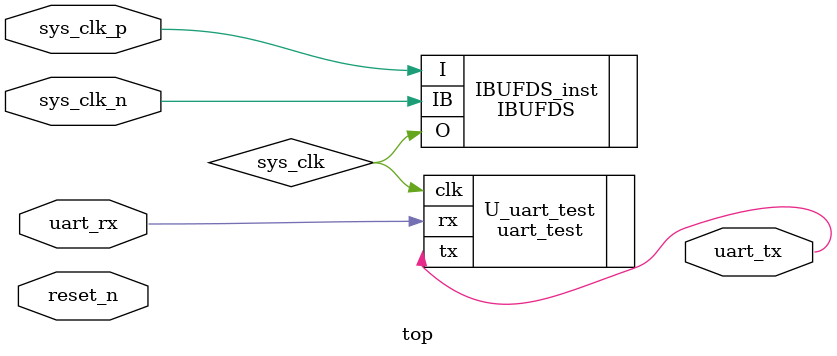
<source format=v>
`timescale 1ns / 1ps


module top
(
    input sys_clk_p,
    input sys_clk_n,
    input reset_n,
    output uart_tx,
    input  uart_rx
    
);

    wire sys_clk;

    IBUFDS#(
        .DIFF_TERM("FALSE"),//DifferentialTermination
        .IBUF_LOW_PWR("TRUE"),//Lowpower="TRUE",Highestperformance="FALSE"
        .IOSTANDARD("DEFAULT")//SpecifytheinputI/Ostandard
    )IBUFDS_inst(
        .O(sys_clk),//Bufferoutput
        .I(sys_clk_p),//Diff_pbufferinput(connectdirectlytotop-levelport)
        .IB(sys_clk_n)//Diff_nbufferinput(connectdirectlytotop-levelport)
    );
    
    uart_test U_uart_test
    (
        .clk(sys_clk),
        .tx(uart_tx),
        .rx(uart_rx)
    );

    
    
    

endmodule

</source>
